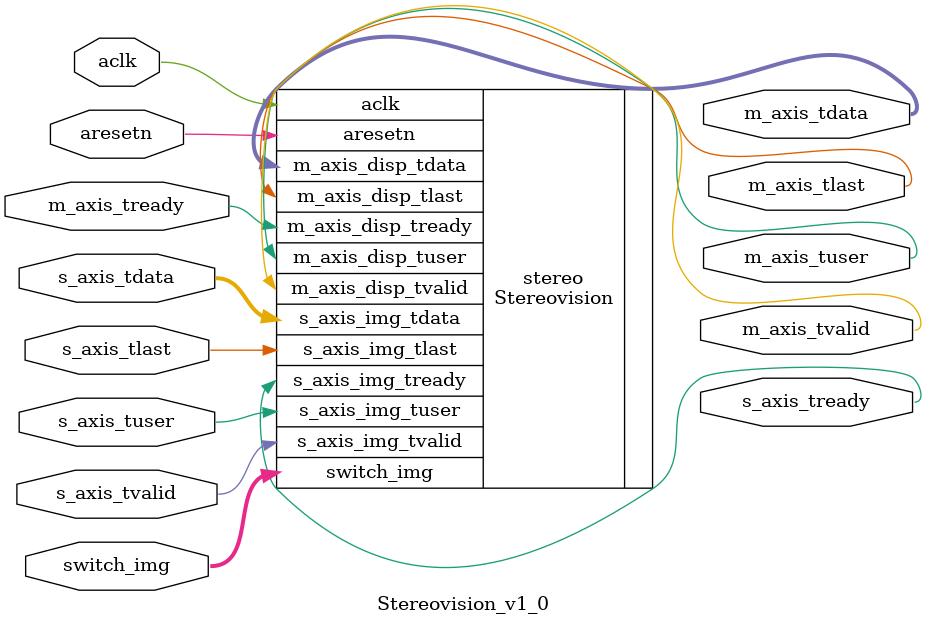
<source format=v>

`timescale 1 ns / 1 ps

	module Stereovision_v1_0 #
	(
		parameter WIDTH = 3840,
        parameter HEIGHT = 2160,
        parameter MAX_DISP = 255,
        parameter CNTX_SIZE = 3,
        parameter MAX_SAMPLES_PER_CLOCK = 4,
    
        parameter AXIS_TDATA_WIDTH = 96,
        parameter DATA_WIDTH = 8,
        
        
        parameter P1 = 16,
        parameter P2 = 64,
        parameter TLAST_CYCLES = 40
	)
	(
		input wire  aclk,
		input wire  aresetn,
		
		output wire  s_axis_tready,
		input wire [AXIS_TDATA_WIDTH-1 : 0] s_axis_tdata,
		input wire s_axis_tuser,
		input wire  s_axis_tlast,
		input wire  s_axis_tvalid,

		output wire  m_axis_tvalid,
		output wire [AXIS_TDATA_WIDTH-1 : 0] m_axis_tdata,
		output wire  m_axis_tuser,
		output wire  m_axis_tlast,
		input wire  m_axis_tready,
		
		input wire [4-1:0] switch_img
	);
    

    Stereovision
    #(
        .WIDTH(WIDTH),
        .HEIGHT(HEIGHT),
        .MAX_DISP(MAX_DISP),
        .CNTX_SIZE(CNTX_SIZE),
        .MAX_SAMPLES_PER_CLOCK(MAX_SAMPLES_PER_CLOCK),
        .AXIS_TDATA_WIDTH(AXIS_TDATA_WIDTH/3),
        .DATA_WIDTH(DATA_WIDTH),
        .TLAST_CYCLES(TLAST_CYCLES)
    ) stereo
    (
        .aclk(aclk),
        .aresetn(aresetn),
		// Ports of Axi Slave Bus Interface S00_AXIS
		.s_axis_img_tready(s_axis_tready),
		.s_axis_img_tdata(s_axis_tdata),
		.s_axis_img_tuser(s_axis_tuser),
		.s_axis_img_tlast(s_axis_tlast),
		.s_axis_img_tvalid(s_axis_tvalid),
        
		// Ports of Axi Master Bus Interface M00_AXIS
		.m_axis_disp_tvalid(m_axis_tvalid),
		.m_axis_disp_tdata(m_axis_tdata),
		.m_axis_disp_tuser(m_axis_tuser),
		.m_axis_disp_tlast(m_axis_tlast),
		.m_axis_disp_tready(m_axis_tready),
		.switch_img(switch_img)
    );
    
  
    
    
    endmodule

</source>
